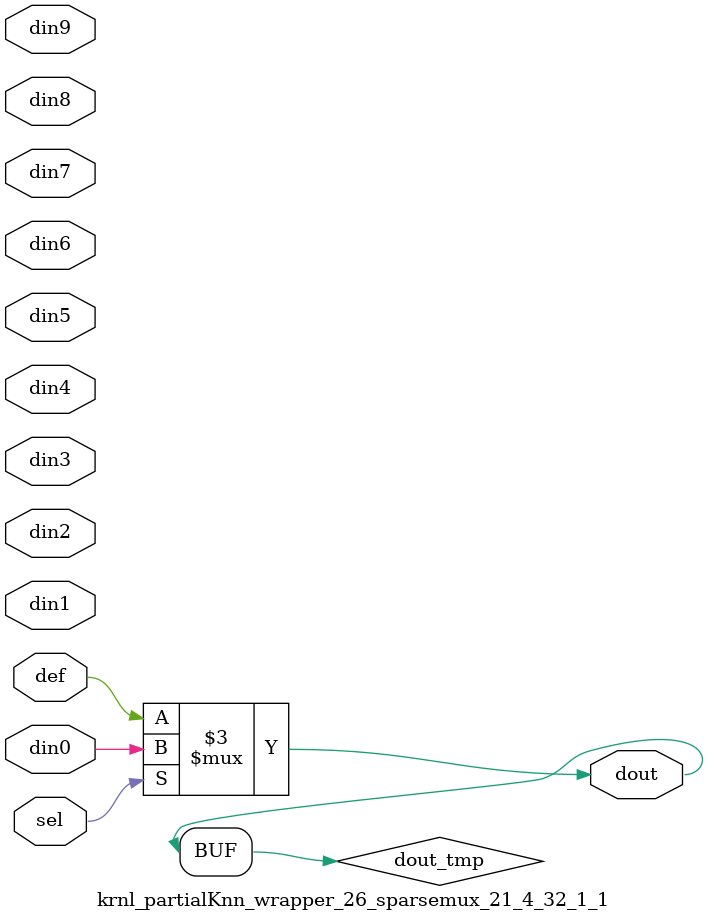
<source format=v>
`timescale 1ns / 1ps

module krnl_partialKnn_wrapper_26_sparsemux_21_4_32_1_1 (din0,din1,din2,din3,din4,din5,din6,din7,din8,din9,def,sel,dout);

parameter din0_WIDTH = 1;

parameter din1_WIDTH = 1;

parameter din2_WIDTH = 1;

parameter din3_WIDTH = 1;

parameter din4_WIDTH = 1;

parameter din5_WIDTH = 1;

parameter din6_WIDTH = 1;

parameter din7_WIDTH = 1;

parameter din8_WIDTH = 1;

parameter din9_WIDTH = 1;

parameter def_WIDTH = 1;
parameter sel_WIDTH = 1;
parameter dout_WIDTH = 1;

parameter [sel_WIDTH-1:0] CASE0 = 1;

parameter [sel_WIDTH-1:0] CASE1 = 1;

parameter [sel_WIDTH-1:0] CASE2 = 1;

parameter [sel_WIDTH-1:0] CASE3 = 1;

parameter [sel_WIDTH-1:0] CASE4 = 1;

parameter [sel_WIDTH-1:0] CASE5 = 1;

parameter [sel_WIDTH-1:0] CASE6 = 1;

parameter [sel_WIDTH-1:0] CASE7 = 1;

parameter [sel_WIDTH-1:0] CASE8 = 1;

parameter [sel_WIDTH-1:0] CASE9 = 1;

parameter ID = 1;
parameter NUM_STAGE = 1;



input [din0_WIDTH-1:0] din0;

input [din1_WIDTH-1:0] din1;

input [din2_WIDTH-1:0] din2;

input [din3_WIDTH-1:0] din3;

input [din4_WIDTH-1:0] din4;

input [din5_WIDTH-1:0] din5;

input [din6_WIDTH-1:0] din6;

input [din7_WIDTH-1:0] din7;

input [din8_WIDTH-1:0] din8;

input [din9_WIDTH-1:0] din9;

input [def_WIDTH-1:0] def;
input [sel_WIDTH-1:0] sel;

output [dout_WIDTH-1:0] dout;



reg [dout_WIDTH-1:0] dout_tmp;

always @ (*) begin
case (sel)
    
    CASE0 : dout_tmp = din0;
    
    CASE1 : dout_tmp = din1;
    
    CASE2 : dout_tmp = din2;
    
    CASE3 : dout_tmp = din3;
    
    CASE4 : dout_tmp = din4;
    
    CASE5 : dout_tmp = din5;
    
    CASE6 : dout_tmp = din6;
    
    CASE7 : dout_tmp = din7;
    
    CASE8 : dout_tmp = din8;
    
    CASE9 : dout_tmp = din9;
    
    default : dout_tmp = def;
endcase
end


assign dout = dout_tmp;



endmodule

</source>
